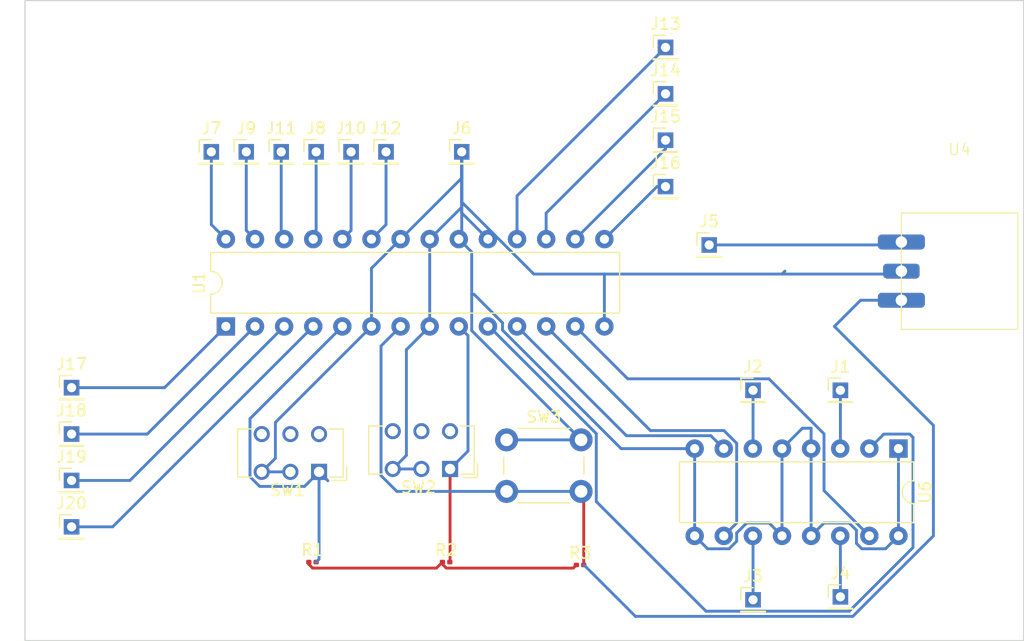
<source format=kicad_pcb>
(kicad_pcb (version 20221018) (generator pcbnew)
  (layers (0 "F.Cu" signal) (31 "B.Cu" signal) (34 "B.Paste" user) (35 "F.Paste" user) (36 "B.SilkS" user "B.Silkscreen") (37 "F.SilkS" user "F.Silkscreen") (38 "B.Mask" user) (39 "F.Mask" user) (44 "Edge.Cuts" user))
  (net 0 "")
  (net 1 "Net-(J1-Pin_1)")
  (net 2 "Net-(J2-Pin_1)")
  (net 3 "Net-(J3-Pin_1)")
  (net 4 "Net-(J4-Pin_1)")
  (net 5 "+10V")
  (net 6 "GND")
  (net 7 "PC5")
  (net 8 "PC2")
  (net 9 "PC4")
  (net 10 "PC1")
  (net 11 "PC3")
  (net 12 "PC0")
  (net 13 "PB4")
  (net 14 "PB3")
  (net 15 "PB2")
  (net 16 "PB1")
  (net 17 "PC6")
  (net 18 "PD0")
  (net 19 "PD1")
  (net 20 "PD2")
  (net 21 "5V")
  (net 22 "PD3")
  (net 23 "PB6")
  (net 24 "VCC")
  (net 25 "PB7")
  (net 26 "PD5")
  (net 27 "PD6")
  (net 28 "PD7")
  (net 29 "5v")
  (footprint "Connector_PinHeader_2.00mm:PinHeader_1x01_P2.00mm_Vertical" (layer "F.Cu") (at 144.287 76.952)
    (fp_text reference "J4" (at 0 -2.06) (layer "F.SilkS"))
    (fp_text value "Conn_01x01_Pin")
    (fp_line (start -1.06 -1.06) (end 0 -1.06) (stroke (width 0.12)) (layer "F.SilkS"))
    (fp_line (start -1.06 0) (end -1.06 -1.06) (stroke (width 0.12)) (layer "F.SilkS"))
    (fp_line (start -1.06 1) (end -1.06 1.06) (stroke (width 0.12)) (layer "F.SilkS"))
    (fp_line (start -1.06 1) (end 1.06 1) (stroke (width 0.12)) (layer "F.SilkS"))
    (fp_line (start -1.06 1.06) (end 1.06 1.06) (stroke (width 0.12)) (layer "F.SilkS"))
    (fp_line (start 1.06 1) (end 1.06 1.06) (stroke (width 0.12)) (layer "F.SilkS"))
    (pad "1" thru_hole rect (at 0 0) (size 1.35 1.35) (drill 0.8) (layers "*.Cu" "*.Mask") (net 4 "Net-(J4-Pin_1)"))
  )
  (footprint "Connector_PinHeader_2.00mm:PinHeader_1x01_P2.00mm_Vertical" (layer "F.Cu") (at 136.667 58.918)
    (fp_text reference "J2" (at 0 -2.06) (layer "F.SilkS"))
    (fp_text value "Conn_01x01_Pin")
    (fp_line (start -1.06 -1.06) (end 0 -1.06) (stroke (width 0.12)) (layer "F.SilkS"))
    (fp_line (start -1.06 0) (end -1.06 -1.06) (stroke (width 0.12)) (layer "F.SilkS"))
    (fp_line (start -1.06 1) (end -1.06 1.06) (stroke (width 0.12)) (layer "F.SilkS"))
    (fp_line (start -1.06 1) (end 1.06 1) (stroke (width 0.12)) (layer "F.SilkS"))
    (fp_line (start -1.06 1.06) (end 1.06 1.06) (stroke (width 0.12)) (layer "F.SilkS"))
    (fp_line (start 1.06 1) (end 1.06 1.06) (stroke (width 0.12)) (layer "F.SilkS"))
    (pad "1" thru_hole rect (at 0 0) (size 1.35 1.35) (drill 0.8) (layers "*.Cu" "*.Mask") (net 2 "Net-(J2-Pin_1)"))
  )
  (footprint "Connector_PinHeader_2.00mm:PinHeader_1x01_P2.00mm_Vertical" (layer "F.Cu") (at 111.252 38.1)
    (fp_text reference "J6" (at 0 -2.06) (layer "F.SilkS"))
    (fp_text value "Conn_01x01_Pin")
    (fp_line (start -1.06 -1.06) (end 0 -1.06) (stroke (width 0.12)) (layer "F.SilkS"))
    (fp_line (start -1.06 0) (end -1.06 -1.06) (stroke (width 0.12)) (layer "F.SilkS"))
    (fp_line (start -1.06 1) (end -1.06 1.06) (stroke (width 0.12)) (layer "F.SilkS"))
    (fp_line (start -1.06 1) (end 1.06 1) (stroke (width 0.12)) (layer "F.SilkS"))
    (fp_line (start -1.06 1.06) (end 1.06 1.06) (stroke (width 0.12)) (layer "F.SilkS"))
    (fp_line (start 1.06 1) (end 1.06 1.06) (stroke (width 0.12)) (layer "F.SilkS"))
    (pad "1" thru_hole rect (at 0 0) (size 1.35 1.35) (drill 0.8) (layers "*.Cu" "*.Mask") (net 6 "GND"))
  )
  (footprint "Button_Switch_THT:SW_PUSH_6mm" (layer "F.Cu") (at 115.166 63.246)
    (fp_text reference "SW3" (at 3.25 -2) (layer "F.SilkS"))
    (fp_text value "SW_Push")
    (fp_line (start -0.25 1.5) (end -0.25 3) (stroke (width 0.12)) (layer "F.SilkS"))
    (fp_line (start 1 5.5) (end 5.5 5.5) (stroke (width 0.12)) (layer "F.SilkS"))
    (fp_line (start 5.5 -1) (end 1 -1) (stroke (width 0.12)) (layer "F.SilkS"))
    (fp_line (start 6.75 3) (end 6.75 1.5) (stroke (width 0.12)) (layer "F.SilkS"))
    (pad "1" thru_hole circle (at 0 0 90) (size 2 2) (drill 1.1) (layers "*.Cu" "*.Mask") (net 6 "GND"))
    (pad "1" thru_hole circle (at 6.5 0 90) (size 2 2) (drill 1.1) (layers "*.Cu" "*.Mask") (net 6 "GND"))
    (pad "2" thru_hole circle (at 0 4.5 90) (size 2 2) (drill 1.1) (layers "*.Cu" "*.Mask") (net 24 "VCC"))
    (pad "2" thru_hole circle (at 6.5 4.5 90) (size 2 2) (drill 1.1) (layers "*.Cu" "*.Mask") (net 24 "VCC"))
  )
  (footprint "Connector_PinHeader_2.00mm:PinHeader_1x01_P2.00mm_Vertical" (layer "F.Cu") (at 129.032 33.034)
    (fp_text reference "J14" (at 0 -2.06) (layer "F.SilkS"))
    (fp_text value "Conn_01x01_Pin")
    (fp_line (start -1.06 -1.06) (end 0 -1.06) (stroke (width 0.12)) (layer "F.SilkS"))
    (fp_line (start -1.06 0) (end -1.06 -1.06) (stroke (width 0.12)) (layer "F.SilkS"))
    (fp_line (start -1.06 1) (end -1.06 1.06) (stroke (width 0.12)) (layer "F.SilkS"))
    (fp_line (start -1.06 1) (end 1.06 1) (stroke (width 0.12)) (layer "F.SilkS"))
    (fp_line (start -1.06 1.06) (end 1.06 1.06) (stroke (width 0.12)) (layer "F.SilkS"))
    (fp_line (start 1.06 1) (end 1.06 1.06) (stroke (width 0.12)) (layer "F.SilkS"))
    (pad "1" thru_hole rect (at 0 0) (size 1.35 1.35) (drill 0.8) (layers "*.Cu" "*.Mask") (net 14 "PB3"))
  )
  (footprint "Connector_PinHeader_2.00mm:PinHeader_1x01_P2.00mm_Vertical" (layer "F.Cu") (at 132.842 46.228)
    (fp_text reference "J5" (at 0 -2.06) (layer "F.SilkS"))
    (fp_text value "Conn_01x01_Socket")
    (fp_line (start -1.06 -1.06) (end 0 -1.06) (stroke (width 0.12)) (layer "F.SilkS"))
    (fp_line (start -1.06 0) (end -1.06 -1.06) (stroke (width 0.12)) (layer "F.SilkS"))
    (fp_line (start -1.06 1) (end -1.06 1.06) (stroke (width 0.12)) (layer "F.SilkS"))
    (fp_line (start -1.06 1) (end 1.06 1) (stroke (width 0.12)) (layer "F.SilkS"))
    (fp_line (start -1.06 1.06) (end 1.06 1.06) (stroke (width 0.12)) (layer "F.SilkS"))
    (fp_line (start 1.06 1) (end 1.06 1.06) (stroke (width 0.12)) (layer "F.SilkS"))
    (pad "1" thru_hole rect (at 0 0) (size 1.35 1.35) (drill 0.8) (layers "*.Cu" "*.Mask") (net 5 "+10V"))
  )
  (footprint "Connector_PinHeader_2.00mm:PinHeader_1x01_P2.00mm_Vertical" (layer "F.Cu") (at 136.667 77.206)
    (fp_text reference "J3" (at 0 -2.06) (layer "F.SilkS"))
    (fp_text value "Conn_01x01_Pin")
    (fp_line (start -1.06 -1.06) (end 0 -1.06) (stroke (width 0.12)) (layer "F.SilkS"))
    (fp_line (start -1.06 0) (end -1.06 -1.06) (stroke (width 0.12)) (layer "F.SilkS"))
    (fp_line (start -1.06 1) (end -1.06 1.06) (stroke (width 0.12)) (layer "F.SilkS"))
    (fp_line (start -1.06 1) (end 1.06 1) (stroke (width 0.12)) (layer "F.SilkS"))
    (fp_line (start -1.06 1.06) (end 1.06 1.06) (stroke (width 0.12)) (layer "F.SilkS"))
    (fp_line (start 1.06 1) (end 1.06 1.06) (stroke (width 0.12)) (layer "F.SilkS"))
    (pad "1" thru_hole rect (at 0 0) (size 1.35 1.35) (drill 0.8) (layers "*.Cu" "*.Mask") (net 3 "Net-(J3-Pin_1)"))
  )
  (footprint "Package_DIP:DIP-16_W7.62mm" (layer "F.Cu") (at 149.352 64.008 -90)
    (fp_text reference "U6" (at 3.81 -2.33 90) (layer "F.SilkS"))
    (fp_text value "L293D")
    (fp_line (start 1.16 -1.33) (end 1.16 19.11) (stroke (width 0.12)) (layer "F.SilkS"))
    (fp_line (start 1.16 19.11) (end 6.46 19.11) (stroke (width 0.12)) (layer "F.SilkS"))
    (fp_line (start 2.81 -1.33) (end 1.16 -1.33) (stroke (width 0.12)) (layer "F.SilkS"))
    (fp_line (start 6.46 -1.33) (end 4.81 -1.33) (stroke (width 0.12)) (layer "F.SilkS"))
    (fp_line (start 6.46 19.11) (end 6.46 -1.33) (stroke (width 0.12)) (layer "F.SilkS"))
    (fp_arc (start 4.81 -1.33) (mid 3.81 -0.33) (end 2.81 -1.33) (stroke (width 0.12)) (layer "F.SilkS"))
    (pad "1" thru_hole rect (at 0 0 270) (size 1.6 1.6) (drill 0.8) (layers "*.Cu" "*.Mask") (net 6 "GND"))
    (pad "2" thru_hole oval (at 0 2.54 270) (size 1.6 1.6) (drill 0.8) (layers "*.Cu" "*.Mask") (net 25 "PB7"))
    (pad "3" thru_hole oval (at 0 5.08 270) (size 1.6 1.6) (drill 0.8) (layers "*.Cu" "*.Mask") (net 1 "Net-(J1-Pin_1)"))
    (pad "4" thru_hole oval (at 0 7.62 270) (size 1.6 1.6) (drill 0.8) (layers "*.Cu" "*.Mask") (net 6 "GND"))
    (pad "5" thru_hole oval (at 0 10.16 270) (size 1.6 1.6) (drill 0.8) (layers "*.Cu" "*.Mask") (net 6 "GND"))
    (pad "6" thru_hole oval (at 0 12.7 270) (size 1.6 1.6) (drill 0.8) (layers "*.Cu" "*.Mask") (net 2 "Net-(J2-Pin_1)"))
    (pad "7" thru_hole oval (at 0 15.24 270) (size 1.6 1.6) (drill 0.8) (layers "*.Cu" "*.Mask") (net 26 "PD5"))
    (pad "8" thru_hole oval (at 0 17.78 270) (size 1.6 1.6) (drill 0.8) (layers "*.Cu" "*.Mask") (net 6 "GND"))
    (pad "9" thru_hole oval (at 7.62 17.78 270) (size 1.6 1.6) (drill 0.8) (layers "*.Cu" "*.Mask") (net 6 "GND"))
    (pad "10" thru_hole oval (at 7.62 15.24 270) (size 1.6 1.6) (drill 0.8) (layers "*.Cu" "*.Mask") (net 27 "PD6"))
    (pad "11" thru_hole oval (at 7.62 12.7 270) (size 1.6 1.6) (drill 0.8) (layers "*.Cu" "*.Mask") (net 3 "Net-(J3-Pin_1)"))
    (pad "12" thru_hole oval (at 7.62 10.16 270) (size 1.6 1.6) (drill 0.8) (layers "*.Cu" "*.Mask") (net 6 "GND"))
    (pad "13" thru_hole oval (at 7.62 7.62 270) (size 1.6 1.6) (drill 0.8) (layers "*.Cu" "*.Mask") (net 6 "GND"))
    (pad "14" thru_hole oval (at 7.62 5.08 270) (size 1.6 1.6) (drill 0.8) (layers "*.Cu" "*.Mask") (net 4 "Net-(J4-Pin_1)"))
    (pad "15" thru_hole oval (at 7.62 2.54 270) (size 1.6 1.6) (drill 0.8) (layers "*.Cu" "*.Mask") (net 28 "PD7"))
    (pad "16" thru_hole oval (at 7.62 0 270) (size 1.6 1.6) (drill 0.8) (layers "*.Cu" "*.Mask") (net 6 "GND"))
  )
  (footprint "Connector_PinHeader_2.00mm:PinHeader_1x01_P2.00mm_Vertical" (layer "F.Cu") (at 77.216 58.688)
    (fp_text reference "J17" (at 0 -2.06) (layer "F.SilkS"))
    (fp_text value "Conn_01x01_Pin")
    (fp_line (start -1.06 -1.06) (end 0 -1.06) (stroke (width 0.12)) (layer "F.SilkS"))
    (fp_line (start -1.06 0) (end -1.06 -1.06) (stroke (width 0.12)) (layer "F.SilkS"))
    (fp_line (start -1.06 1) (end -1.06 1.06) (stroke (width 0.12)) (layer "F.SilkS"))
    (fp_line (start -1.06 1) (end 1.06 1) (stroke (width 0.12)) (layer "F.SilkS"))
    (fp_line (start -1.06 1.06) (end 1.06 1.06) (stroke (width 0.12)) (layer "F.SilkS"))
    (fp_line (start 1.06 1) (end 1.06 1.06) (stroke (width 0.12)) (layer "F.SilkS"))
    (pad "1" thru_hole rect (at 0 0) (size 1.35 1.35) (drill 0.8) (layers "*.Cu" "*.Mask") (net 17 "PC6"))
  )
  (footprint "Resistor_SMD:R_0201_0603Metric" (layer "F.Cu") (at 109.891 73.914)
    (fp_text reference "R2" (at 0 -1.05) (layer "F.SilkS"))
    (fp_text value "R")
    (pad "1" smd roundrect (at -0.32 0) (size 0.46 0.4) (layers "F.Cu" "F.Mask") (net 21 "5V"))
    (pad "2" smd roundrect (at 0.32 0) (size 0.46 0.4) (layers "F.Cu" "F.Mask") (net 23 "PB6"))
  )
  (footprint "Connector_PinHeader_2.00mm:PinHeader_1x01_P2.00mm_Vertical" (layer "F.Cu") (at 89.408 38.1)
    (fp_text reference "J7" (at 0 -2.06) (layer "F.SilkS"))
    (fp_text value "Conn_01x01_Pin")
    (fp_line (start -1.06 -1.06) (end 0 -1.06) (stroke (width 0.12)) (layer "F.SilkS"))
    (fp_line (start -1.06 0) (end -1.06 -1.06) (stroke (width 0.12)) (layer "F.SilkS"))
    (fp_line (start -1.06 1) (end -1.06 1.06) (stroke (width 0.12)) (layer "F.SilkS"))
    (fp_line (start -1.06 1) (end 1.06 1) (stroke (width 0.12)) (layer "F.SilkS"))
    (fp_line (start -1.06 1.06) (end 1.06 1.06) (stroke (width 0.12)) (layer "F.SilkS"))
    (fp_line (start 1.06 1) (end 1.06 1.06) (stroke (width 0.12)) (layer "F.SilkS"))
    (pad "1" thru_hole rect (at 0 0) (size 1.35 1.35) (drill 0.8) (layers "*.Cu" "*.Mask") (net 7 "PC5"))
  )
  (footprint "Package_DIP:DIP-28_W7.62mm" (layer "F.Cu") (at 90.678 53.34 90)
    (fp_text reference "U1" (at 3.81 -2.33 90) (layer "F.SilkS"))
    (fp_text value "ATmega328-P")
    (fp_line (start 1.16 -1.33) (end 1.16 34.35) (stroke (width 0.12)) (layer "F.SilkS"))
    (fp_line (start 1.16 34.35) (end 6.46 34.35) (stroke (width 0.12)) (layer "F.SilkS"))
    (fp_line (start 2.81 -1.33) (end 1.16 -1.33) (stroke (width 0.12)) (layer "F.SilkS"))
    (fp_line (start 6.46 -1.33) (end 4.81 -1.33) (stroke (width 0.12)) (layer "F.SilkS"))
    (fp_line (start 6.46 34.35) (end 6.46 -1.33) (stroke (width 0.12)) (layer "F.SilkS"))
    (fp_arc (start 4.81 -1.33) (mid 3.81 -0.33) (end 2.81 -1.33) (stroke (width 0.12)) (layer "F.SilkS"))
    (pad "1" thru_hole rect (at 0 0 90) (size 1.6 1.6) (drill 0.8) (layers "*.Cu" "*.Mask") (net 17 "PC6"))
    (pad "2" thru_hole oval (at 0 2.54 90) (size 1.6 1.6) (drill 0.8) (layers "*.Cu" "*.Mask") (net 18 "PD0"))
    (pad "3" thru_hole oval (at 0 5.08 90) (size 1.6 1.6) (drill 0.8) (layers "*.Cu" "*.Mask") (net 19 "PD1"))
    (pad "4" thru_hole oval (at 0 7.62 90) (size 1.6 1.6) (drill 0.8) (layers "*.Cu" "*.Mask") (net 20 "PD2"))
    (pad "5" thru_hole oval (at 0 10.16 90) (size 1.6 1.6) (drill 0.8) (layers "*.Cu" "*.Mask") (net 22 "PD3"))
    (pad "6" thru_hole oval (at 0 12.7 90) (size 1.6 1.6) (drill 0.8) (layers "*.Cu" "*.Mask") (net 6 "GND"))
    (pad "7" thru_hole oval (at 0 15.24 90) (size 1.6 1.6) (drill 0.8) (layers "*.Cu" "*.Mask") (net 24 "VCC"))
    (pad "8" thru_hole oval (at 0 17.78 90) (size 1.6 1.6) (drill 0.8) (layers "*.Cu" "*.Mask") (net 6 "GND"))
    (pad "9" thru_hole oval (at 0 20.32 90) (size 1.6 1.6) (drill 0.8) (layers "*.Cu" "*.Mask") (net 23 "PB6"))
    (pad "10" thru_hole oval (at 0 22.86 90) (size 1.6 1.6) (drill 0.8) (layers "*.Cu" "*.Mask") (net 25 "PB7"))
    (pad "11" thru_hole oval (at 0 25.4 90) (size 1.6 1.6) (drill 0.8) (layers "*.Cu" "*.Mask") (net 26 "PD5"))
    (pad "12" thru_hole oval (at 0 27.94 90) (size 1.6 1.6) (drill 0.8) (layers "*.Cu" "*.Mask") (net 27 "PD6"))
    (pad "13" thru_hole oval (at 0 30.48 90) (size 1.6 1.6) (drill 0.8) (layers "*.Cu" "*.Mask") (net 28 "PD7"))
    (pad "14" thru_hole oval (at 0 33.02 90) (size 1.6 1.6) (drill 0.8) (layers "*.Cu" "*.Mask") (net 6 "GND"))
    (pad "15" thru_hole oval (at 7.62 33.02 90) (size 1.6 1.6) (drill 0.8) (layers "*.Cu" "*.Mask") (net 16 "PB1"))
    (pad "16" thru_hole oval (at 7.62 30.48 90) (size 1.6 1.6) (drill 0.8) (layers "*.Cu" "*.Mask") (net 15 "PB2"))
    (pad "17" thru_hole oval (at 7.62 27.94 90) (size 1.6 1.6) (drill 0.8) (layers "*.Cu" "*.Mask") (net 14 "PB3"))
    (pad "18" thru_hole oval (at 7.62 25.4 90) (size 1.6 1.6) (drill 0.8) (layers "*.Cu" "*.Mask") (net 13 "PB4"))
    (pad "19" thru_hole oval (at 7.62 22.86 90) (size 1.6 1.6) (drill 0.8) (layers "*.Cu" "*.Mask") (net 6 "GND"))
    (pad "20" thru_hole oval (at 7.62 20.32 90) (size 1.6 1.6) (drill 0.8) (layers "*.Cu" "*.Mask") (net 6 "GND"))
    (pad "21" thru_hole oval (at 7.62 17.78 90) (size 1.6 1.6) (drill 0.8) (layers "*.Cu" "*.Mask") (net 6 "GND"))
    (pad "22" thru_hole oval (at 7.62 15.24 90) (size 1.6 1.6) (drill 0.8) (layers "*.Cu" "*.Mask") (net 6 "GND"))
    (pad "23" thru_hole oval (at 7.62 12.7 90) (size 1.6 1.6) (drill 0.8) (layers "*.Cu" "*.Mask") (net 12 "PC0"))
    (pad "24" thru_hole oval (at 7.62 10.16 90) (size 1.6 1.6) (drill 0.8) (layers "*.Cu" "*.Mask") (net 10 "PC1"))
    (pad "25" thru_hole oval (at 7.62 7.62 90) (size 1.6 1.6) (drill 0.8) (layers "*.Cu" "*.Mask") (net 8 "PC2"))
    (pad "26" thru_hole oval (at 7.62 5.08 90) (size 1.6 1.6) (drill 0.8) (layers "*.Cu" "*.Mask") (net 11 "PC3"))
    (pad "27" thru_hole oval (at 7.62 2.54 90) (size 1.6 1.6) (drill 0.8) (layers "*.Cu" "*.Mask") (net 9 "PC4"))
    (pad "28" thru_hole oval (at 7.62 0 90) (size 1.6 1.6) (drill 0.8) (layers "*.Cu" "*.Mask") (net 7 "PC5"))
  )
  (footprint "Button_Switch_THT:SW_CuK_JS202011CQN_DPDT_Straight" (layer "F.Cu") (at 110.236 65.786 180)
    (fp_text reference "SW2" (at 2.75 -1.6) (layer "F.SilkS"))
    (fp_text value "SW_Push_SPDT")
    (fp_line (start -2.4 -0.75) (end -2.4 0.45) (stroke (width 0.12)) (layer "F.SilkS"))
    (fp_line (start -2.1 -0.45) (end -2.1 3.75) (stroke (width 0.12)) (layer "F.SilkS"))
    (fp_line (start -2.1 3.75) (end -0.9 3.75) (stroke (width 0.12)) (layer "F.SilkS"))
    (fp_line (start -1.2 -0.75) (end -2.4 -0.75) (stroke (width 0.12)) (layer "F.SilkS"))
    (fp_line (start -0.9 -0.45) (end -2.1 -0.45) (stroke (width 0.12)) (layer "F.SilkS"))
    (fp_line (start 5.9 -0.45) (end 7.1 -0.45) (stroke (width 0.12)) (layer "F.SilkS"))
    (fp_line (start 7.1 -0.45) (end 7.1 3.75) (stroke (width 0.12)) (layer "F.SilkS"))
    (fp_line (start 7.1 3.75) (end 5.9 3.75) (stroke (width 0.12)) (layer "F.SilkS"))
    (pad "1" thru_hole rect (at 0 0 180) (size 1.4 1.4) (drill 0.9) (layers "*.Cu" "*.Mask") (net 23 "PB6"))
    (pad "2" thru_hole circle (at 2.5 0 180) (size 1.4 1.4) (drill 0.9) (layers "*.Cu" "*.Mask") (net 6 "GND"))
    (pad "3" thru_hole circle (at 5 0 180) (size 1.4 1.4) (drill 0.9) (layers "*.Cu" "*.Mask") (net 6 "GND"))
    (pad "4" thru_hole circle (at 0 3.3 180) (size 1.4 1.4) (drill 0.9) (layers "*.Cu" "*.Mask"))
    (pad "5" thru_hole circle (at 2.5 3.3 180) (size 1.4 1.4) (drill 0.9) (layers "*.Cu" "*.Mask"))
    (pad "6" thru_hole circle (at 5 3.3 180) (size 1.4 1.4) (drill 0.9) (layers "*.Cu" "*.Mask"))
  )
  (footprint "Connector_PinHeader_2.00mm:PinHeader_1x01_P2.00mm_Vertical" (layer "F.Cu") (at 129.032 41.134)
    (fp_text reference "J16" (at 0 -2.06) (layer "F.SilkS"))
    (fp_text value "Conn_01x01_Pin")
    (fp_line (start -1.06 -1.06) (end 0 -1.06) (stroke (width 0.12)) (layer "F.SilkS"))
    (fp_line (start -1.06 0) (end -1.06 -1.06) (stroke (width 0.12)) (layer "F.SilkS"))
    (fp_line (start -1.06 1) (end -1.06 1.06) (stroke (width 0.12)) (layer "F.SilkS"))
    (fp_line (start -1.06 1) (end 1.06 1) (stroke (width 0.12)) (layer "F.SilkS"))
    (fp_line (start -1.06 1.06) (end 1.06 1.06) (stroke (width 0.12)) (layer "F.SilkS"))
    (fp_line (start 1.06 1) (end 1.06 1.06) (stroke (width 0.12)) (layer "F.SilkS"))
    (pad "1" thru_hole rect (at 0 0) (size 1.35 1.35) (drill 0.8) (layers "*.Cu" "*.Mask") (net 16 "PB1"))
  )
  (footprint "Resistor_SMD:R_0201_0603Metric" (layer "F.Cu") (at 98.232 73.914)
    (fp_text reference "R1" (at 0 -1.05) (layer "F.SilkS"))
    (fp_text value "R")
    (pad "1" smd roundrect (at -0.32 0) (size 0.46 0.4) (layers "F.Cu" "F.Mask") (net 21 "5V"))
    (pad "2" smd roundrect (at 0.32 0) (size 0.46 0.4) (layers "F.Cu" "F.Mask") (net 22 "PD3"))
  )
  (footprint "Connector_PinHeader_2.00mm:PinHeader_1x01_P2.00mm_Vertical" (layer "F.Cu") (at 77.216 70.838)
    (fp_text reference "J20" (at 0 -2.06) (layer "F.SilkS"))
    (fp_text value "Conn_01x01_Pin")
    (fp_line (start -1.06 -1.06) (end 0 -1.06) (stroke (width 0.12)) (layer "F.SilkS"))
    (fp_line (start -1.06 0) (end -1.06 -1.06) (stroke (width 0.12)) (layer "F.SilkS"))
    (fp_line (start -1.06 1) (end -1.06 1.06) (stroke (width 0.12)) (layer "F.SilkS"))
    (fp_line (start -1.06 1) (end 1.06 1) (stroke (width 0.12)) (layer "F.SilkS"))
    (fp_line (start -1.06 1.06) (end 1.06 1.06) (stroke (width 0.12)) (layer "F.SilkS"))
    (fp_line (start 1.06 1) (end 1.06 1.06) (stroke (width 0.12)) (layer "F.SilkS"))
    (pad "1" thru_hole rect (at 0 0) (size 1.35 1.35) (drill 0.8) (layers "*.Cu" "*.Mask") (net 20 "PD2"))
  )
  (footprint "Connector_PinHeader_2.00mm:PinHeader_1x01_P2.00mm_Vertical" (layer "F.Cu") (at 104.648 38.1)
    (fp_text reference "J12" (at 0 -2.06) (layer "F.SilkS"))
    (fp_text value "Conn_01x01_Pin")
    (fp_line (start -1.06 -1.06) (end 0 -1.06) (stroke (width 0.12)) (layer "F.SilkS"))
    (fp_line (start -1.06 0) (end -1.06 -1.06) (stroke (width 0.12)) (layer "F.SilkS"))
    (fp_line (start -1.06 1) (end -1.06 1.06) (stroke (width 0.12)) (layer "F.SilkS"))
    (fp_line (start -1.06 1) (end 1.06 1) (stroke (width 0.12)) (layer "F.SilkS"))
    (fp_line (start -1.06 1.06) (end 1.06 1.06) (stroke (width 0.12)) (layer "F.SilkS"))
    (fp_line (start 1.06 1) (end 1.06 1.06) (stroke (width 0.12)) (layer "F.SilkS"))
    (pad "1" thru_hole rect (at 0 0) (size 1.35 1.35) (drill 0.8) (layers "*.Cu" "*.Mask") (net 12 "PC0"))
  )
  (footprint "Connector_PinHeader_2.00mm:PinHeader_1x01_P2.00mm_Vertical" (layer "F.Cu") (at 77.216 62.738)
    (fp_text reference "J18" (at 0 -2.06) (layer "F.SilkS"))
    (fp_text value "Conn_01x01_Pin")
    (fp_line (start -1.06 -1.06) (end 0 -1.06) (stroke (width 0.12)) (layer "F.SilkS"))
    (fp_line (start -1.06 0) (end -1.06 -1.06) (stroke (width 0.12)) (layer "F.SilkS"))
    (fp_line (start -1.06 1) (end -1.06 1.06) (stroke (width 0.12)) (layer "F.SilkS"))
    (fp_line (start -1.06 1) (end 1.06 1) (stroke (width 0.12)) (layer "F.SilkS"))
    (fp_line (start -1.06 1.06) (end 1.06 1.06) (stroke (width 0.12)) (layer "F.SilkS"))
    (fp_line (start 1.06 1) (end 1.06 1.06) (stroke (width 0.12)) (layer "F.SilkS"))
    (pad "1" thru_hole rect (at 0 0) (size 1.35 1.35) (drill 0.8) (layers "*.Cu" "*.Mask") (net 18 "PD0"))
  )
  (footprint "Connector_PinHeader_2.00mm:PinHeader_1x01_P2.00mm_Vertical" (layer "F.Cu") (at 98.552 38.1)
    (fp_text reference "J8" (at 0 -2.06) (layer "F.SilkS"))
    (fp_text value "Conn_01x01_Pin")
    (fp_line (start -1.06 -1.06) (end 0 -1.06) (stroke (width 0.12)) (layer "F.SilkS"))
    (fp_line (start -1.06 0) (end -1.06 -1.06) (stroke (width 0.12)) (layer "F.SilkS"))
    (fp_line (start -1.06 1) (end -1.06 1.06) (stroke (width 0.12)) (layer "F.SilkS"))
    (fp_line (start -1.06 1) (end 1.06 1) (stroke (width 0.12)) (layer "F.SilkS"))
    (fp_line (start -1.06 1.06) (end 1.06 1.06) (stroke (width 0.12)) (layer "F.SilkS"))
    (fp_line (start 1.06 1) (end 1.06 1.06) (stroke (width 0.12)) (layer "F.SilkS"))
    (pad "1" thru_hole rect (at 0 0) (size 1.35 1.35) (drill 0.8) (layers "*.Cu" "*.Mask") (net 8 "PC2"))
  )
  (footprint "Button_Switch_THT:SW_CuK_JS202011CQN_DPDT_Straight" (layer "F.Cu") (at 98.806 66.04 180)
    (fp_text reference "SW1" (at 2.75 -1.6) (layer "F.SilkS"))
    (fp_text value "SW_Push_SPDT")
    (fp_line (start -2.4 -0.75) (end -2.4 0.45) (stroke (width 0.12)) (layer "F.SilkS"))
    (fp_line (start -2.1 -0.45) (end -2.1 3.75) (stroke (width 0.12)) (layer "F.SilkS"))
    (fp_line (start -2.1 3.75) (end -0.9 3.75) (stroke (width 0.12)) (layer "F.SilkS"))
    (fp_line (start -1.2 -0.75) (end -2.4 -0.75) (stroke (width 0.12)) (layer "F.SilkS"))
    (fp_line (start -0.9 -0.45) (end -2.1 -0.45) (stroke (width 0.12)) (layer "F.SilkS"))
    (fp_line (start 5.9 -0.45) (end 7.1 -0.45) (stroke (width 0.12)) (layer "F.SilkS"))
    (fp_line (start 7.1 -0.45) (end 7.1 3.75) (stroke (width 0.12)) (layer "F.SilkS"))
    (fp_line (start 7.1 3.75) (end 5.9 3.75) (stroke (width 0.12)) (layer "F.SilkS"))
    (pad "1" thru_hole rect (at 0 0 180) (size 1.4 1.4) (drill 0.9) (layers "*.Cu" "*.Mask") (net 22 "PD3"))
    (pad "2" thru_hole circle (at 2.5 0 180) (size 1.4 1.4) (drill 0.9) (layers "*.Cu" "*.Mask") (net 6 "GND"))
    (pad "3" thru_hole circle (at 5 0 180) (size 1.4 1.4) (drill 0.9) (layers "*.Cu" "*.Mask") (net 6 "GND"))
    (pad "4" thru_hole circle (at 0 3.3 180) (size 1.4 1.4) (drill 0.9) (layers "*.Cu" "*.Mask"))
    (pad "5" thru_hole circle (at 2.5 3.3 180) (size 1.4 1.4) (drill 0.9) (layers "*.Cu" "*.Mask"))
    (pad "6" thru_hole circle (at 5 3.3 180) (size 1.4 1.4) (drill 0.9) (layers "*.Cu" "*.Mask"))
  )
  (footprint "Connector_PinHeader_2.00mm:PinHeader_1x01_P2.00mm_Vertical" (layer "F.Cu") (at 144.287 58.918)
    (fp_text reference "J1" (at 0 -2.06) (layer "F.SilkS"))
    (fp_text value "Conn_01x01_Pin")
    (fp_line (start -1.06 -1.06) (end 0 -1.06) (stroke (width 0.12)) (layer "F.SilkS"))
    (fp_line (start -1.06 0) (end -1.06 -1.06) (stroke (width 0.12)) (layer "F.SilkS"))
    (fp_line (start -1.06 1) (end -1.06 1.06) (stroke (width 0.12)) (layer "F.SilkS"))
    (fp_line (start -1.06 1) (end 1.06 1) (stroke (width 0.12)) (layer "F.SilkS"))
    (fp_line (start -1.06 1.06) (end 1.06 1.06) (stroke (width 0.12)) (layer "F.SilkS"))
    (fp_line (start 1.06 1) (end 1.06 1.06) (stroke (width 0.12)) (layer "F.SilkS"))
    (pad "1" thru_hole rect (at 0 0) (size 1.35 1.35) (drill 0.8) (layers "*.Cu" "*.Mask") (net 1 "Net-(J1-Pin_1)"))
  )
  (footprint "Connector_PinHeader_2.00mm:PinHeader_1x01_P2.00mm_Vertical" (layer "F.Cu") (at 129.032 28.984)
    (fp_text reference "J13" (at 0 -2.06) (layer "F.SilkS"))
    (fp_text value "Conn_01x01_Pin")
    (fp_line (start -1.06 -1.06) (end 0 -1.06) (stroke (width 0.12)) (layer "F.SilkS"))
    (fp_line (start -1.06 0) (end -1.06 -1.06) (stroke (width 0.12)) (layer "F.SilkS"))
    (fp_line (start -1.06 1) (end -1.06 1.06) (stroke (width 0.12)) (layer "F.SilkS"))
    (fp_line (start -1.06 1) (end 1.06 1) (stroke (width 0.12)) (layer "F.SilkS"))
    (fp_line (start -1.06 1.06) (end 1.06 1.06) (stroke (width 0.12)) (layer "F.SilkS"))
    (fp_line (start 1.06 1) (end 1.06 1.06) (stroke (width 0.12)) (layer "F.SilkS"))
    (pad "1" thru_hole rect (at 0 0) (size 1.35 1.35) (drill 0.8) (layers "*.Cu" "*.Mask") (net 13 "PB4"))
  )
  (footprint "5V_Regulator:5V_regulator" (layer "F.Cu") (at 154.686 45.974)
    (fp_text reference "U4" (at 0 -8.08 unlocked) (layer "F.SilkS") (effects (font (thickness 0.1))))
    (fp_text value "~")
    (fp_rect (start -5.08 -2.54) (end 5.08 7.62) (stroke (width 0.1)) (fill none) (layer "F.SilkS"))
    (pad "1" thru_hole roundrect (at -5.08 0) (size 4.09 1.295) (drill 1) (layers "*.Cu" "*.Mask") (net 5 "+10V"))
    (pad "2" thru_hole roundrect (at -5.08 2.54) (size 3.175 1.295) (drill 1) (layers "*.Cu" "*.Mask") (net 6 "GND"))
    (pad "3" thru_hole roundrect (at -5.08 5.08) (size 4.09 1.295) (drill 1) (layers "*.Cu" "*.Mask") (net 29 "5v"))
  )
  (footprint "Connector_PinHeader_2.00mm:PinHeader_1x01_P2.00mm_Vertical" (layer "F.Cu") (at 95.504 38.1)
    (fp_text reference "J11" (at 0 -2.06) (layer "F.SilkS"))
    (fp_text value "Conn_01x01_Pin")
    (fp_line (start -1.06 -1.06) (end 0 -1.06) (stroke (width 0.12)) (layer "F.SilkS"))
    (fp_line (start -1.06 0) (end -1.06 -1.06) (stroke (width 0.12)) (layer "F.SilkS"))
    (fp_line (start -1.06 1) (end -1.06 1.06) (stroke (width 0.12)) (layer "F.SilkS"))
    (fp_line (start -1.06 1) (end 1.06 1) (stroke (width 0.12)) (layer "F.SilkS"))
    (fp_line (start -1.06 1.06) (end 1.06 1.06) (stroke (width 0.12)) (layer "F.SilkS"))
    (fp_line (start 1.06 1) (end 1.06 1.06) (stroke (width 0.12)) (layer "F.SilkS"))
    (pad "1" thru_hole rect (at 0 0) (size 1.35 1.35) (drill 0.8) (layers "*.Cu" "*.Mask") (net 11 "PC3"))
  )
  (footprint "Connector_PinHeader_2.00mm:PinHeader_1x01_P2.00mm_Vertical" (layer "F.Cu") (at 101.6 38.1)
    (fp_text reference "J10" (at 0 -2.06) (layer "F.SilkS"))
    (fp_text value "Conn_01x01_Pin")
    (fp_line (start -1.06 -1.06) (end 0 -1.06) (stroke (width 0.12)) (layer "F.SilkS"))
    (fp_line (start -1.06 0) (end -1.06 -1.06) (stroke (width 0.12)) (layer "F.SilkS"))
    (fp_line (start -1.06 1) (end -1.06 1.06) (stroke (width 0.12)) (layer "F.SilkS"))
    (fp_line (start -1.06 1) (end 1.06 1) (stroke (width 0.12)) (layer "F.SilkS"))
    (fp_line (start -1.06 1.06) (end 1.06 1.06) (stroke (width 0.12)) (layer "F.SilkS"))
    (fp_line (start 1.06 1) (end 1.06 1.06) (stroke (width 0.12)) (layer "F.SilkS"))
    (pad "1" thru_hole rect (at 0 0) (size 1.35 1.35) (drill 0.8) (layers "*.Cu" "*.Mask") (net 10 "PC1"))
  )
  (footprint "Connector_PinHeader_2.00mm:PinHeader_1x01_P2.00mm_Vertical" (layer "F.Cu") (at 129.032 37.084)
    (fp_text reference "J15" (at 0 -2.06) (layer "F.SilkS"))
    (fp_text value "Conn_01x01_Pin")
    (fp_line (start -1.06 -1.06) (end 0 -1.06) (stroke (width 0.12)) (layer "F.SilkS"))
    (fp_line (start -1.06 0) (end -1.06 -1.06) (stroke (width 0.12)) (layer "F.SilkS"))
    (fp_line (start -1.06 1) (end -1.06 1.06) (stroke (width 0.12)) (layer "F.SilkS"))
    (fp_line (start -1.06 1) (end 1.06 1) (stroke (width 0.12)) (layer "F.SilkS"))
    (fp_line (start -1.06 1.06) (end 1.06 1.06) (stroke (width 0.12)) (layer "F.SilkS"))
    (fp_line (start 1.06 1) (end 1.06 1.06) (stroke (width 0.12)) (layer "F.SilkS"))
    (pad "1" thru_hole rect (at 0 0) (size 1.35 1.35) (drill 0.8) (layers "*.Cu" "*.Mask") (net 15 "PB2"))
  )
  (footprint "Resistor_SMD:R_0201_0603Metric" (layer "F.Cu") (at 121.575 74.168)
    (fp_text reference "R3" (at 0 -1.05) (layer "F.SilkS"))
    (fp_text value "R")
    (pad "1" smd roundrect (at -0.32 0) (size 0.46 0.4) (layers "F.Cu" "F.Mask") (net 21 "5V"))
    (pad "2" smd roundrect (at 0.32 0) (size 0.46 0.4) (layers "F.Cu" "F.Mask") (net 24 "VCC"))
  )
  (footprint "Connector_PinHeader_2.00mm:PinHeader_1x01_P2.00mm_Vertical" (layer "F.Cu") (at 92.456 38.1)
    (fp_text reference "J9" (at 0 -2.06) (layer "F.SilkS"))
    (fp_text value "Conn_01x01_Pin")
    (fp_line (start -1.06 -1.06) (end 0 -1.06) (stroke (width 0.12)) (layer "F.SilkS"))
    (fp_line (start -1.06 0) (end -1.06 -1.06) (stroke (width 0.12)) (layer "F.SilkS"))
    (fp_line (start -1.06 1) (end -1.06 1.06) (stroke (width 0.12)) (layer "F.SilkS"))
    (fp_line (start -1.06 1) (end 1.06 1) (stroke (width 0.12)) (layer "F.SilkS"))
    (fp_line (start -1.06 1.06) (end 1.06 1.06) (stroke (width 0.12)) (layer "F.SilkS"))
    (fp_line (start 1.06 1) (end 1.06 1.06) (stroke (width 0.12)) (layer "F.SilkS"))
    (pad "1" thru_hole rect (at 0 0) (size 1.35 1.35) (drill 0.8) (layers "*.Cu" "*.Mask") (net 9 "PC4"))
  )
  (footprint "Connector_PinHeader_2.00mm:PinHeader_1x01_P2.00mm_Vertical" (layer "F.Cu") (at 77.216 66.788)
    (fp_text reference "J19" (at 0 -2.06) (layer "F.SilkS"))
    (fp_text value "Conn_01x01_Pin")
    (fp_line (start -1.06 -1.06) (end 0 -1.06) (stroke (width 0.12)) (layer "F.SilkS"))
    (fp_line (start -1.06 0) (end -1.06 -1.06) (stroke (width 0.12)) (layer "F.SilkS"))
    (fp_line (start -1.06 1) (end -1.06 1.06) (stroke (width 0.12)) (layer "F.SilkS"))
    (fp_line (start -1.06 1) (end 1.06 1) (stroke (width 0.12)) (layer "F.SilkS"))
    (fp_line (start -1.06 1.06) (end 1.06 1.06) (stroke (width 0.12)) (layer "F.SilkS"))
    (fp_line (start 1.06 1) (end 1.06 1.06) (stroke (width 0.12)) (layer "F.SilkS"))
    (pad "1" thru_hole rect (at 0 0) (size 1.35 1.35) (drill 0.8) (layers "*.Cu" "*.Mask") (net 19 "PD1"))
  )
  (gr_rect (start 73.152 24.892) (end 160.274 80.772) (stroke (width 0.1)) (fill none) (layer "Edge.Cuts"))
  (segment (start 144.287 58.918) (end 144.287 63.993) (width 0.25) (layer "B.Cu") (net 1))
  (segment (start 144.287 63.993) (end 144.272 64.008) (width 0.25) (layer "B.Cu") (net 1))
  (segment (start 136.667 58.918) (end 136.667 63.993) (width 0.25) (layer "B.Cu") (net 2))
  (segment (start 136.667 63.993) (end 136.652 64.008) (width 0.25) (layer "B.Cu") (net 2))
  (segment (start 136.667 77.206) (end 136.667 71.643) (width 0.25) (layer "B.Cu") (net 3))
  (segment (start 136.667 71.643) (end 136.652 71.628) (width 0.25) (layer "B.Cu") (net 3))
  (segment (start 144.287 76.952) (end 144.287 71.643) (width 0.25) (layer "B.Cu") (net 4))
  (segment (start 144.287 71.643) (end 144.272 71.628) (width 0.25) (layer "B.Cu") (net 4))
  (segment (start 149.0795 46.228) (end 132.842 46.228) (width 0.25) (layer "B.Cu") (net 5))
  (segment (start 114.808 53.019009) (end 112.334991 50.546) (width 0.25) (layer "B.Cu") (net 6))
  (segment (start 145.050604 70.503) (end 145.687 71.139396) (width 0.25) (layer "B.Cu") (net 6))
  (segment (start 139.192 64.008) (end 139.192 71.628) (width 0.25) (layer "B.Cu") (net 6))
  (segment (start 94.996 61.722) (end 103.378 53.34) (width 0.25) (layer "B.Cu") (net 6))
  (segment (start 141.732 64.008) (end 141.732 71.628) (width 0.25) (layer "B.Cu") (net 6))
  (segment (start 123.698 48.768) (end 117.535009 48.768) (width 0.25) (layer "B.Cu") (net 6))
  (segment (start 149.0795 48.768) (end 123.698 48.768) (width 0.25) (layer "B.Cu") (net 6))
  (segment (start 106.426 64.596) (end 106.426 55.372) (width 0.25) (layer "B.Cu") (net 6))
  (segment (start 111.252 38.1) (end 111.252 42.926) (width 0.25) (layer "B.Cu") (net 6))
  (segment (start 139.446 48.514) (end 139.192 48.768) (width 0.25) (layer "B.Cu") (net 6))
  (segment (start 111.252 42.484991) (end 111.252 38.1) (width 0.25) (layer "B.Cu") (net 6))
  (segment (start 106.426 55.372) (end 108.458 53.34) (width 0.25) (layer "B.Cu") (net 6))
  (segment (start 117.535009 48.768) (end 111.252 42.484991) (width 0.25) (layer "B.Cu") (net 6))
  (segment (start 96.306 66.04) (end 93.806 66.04) (width 0.25) (layer "B.Cu") (net 6))
  (segment (start 105.236 65.786) (end 106.426 64.596) (width 0.25) (layer "B.Cu") (net 6))
  (segment (start 131.572 64.008) (end 125.155009 64.008) (width 0.25) (layer "B.Cu") (net 6))
  (segment (start 103.378 48.26) (end 105.918 45.72) (width 0.25) (layer "B.Cu") (net 6))
  (segment (start 94.996 64.85) (end 94.996 61.722) (width 0.25) (layer "B.Cu") (net 6))
  (segment (start 135.237 72.093991) (end 134.577991 72.753) (width 0.25) (layer "B.Cu") (net 6))
  (segment (start 146.159 72.753) (end 148.227 72.753) (width 0.25) (layer "B.Cu") (net 6))
  (segment (start 112.123 46.845) (end 110.998 45.72) (width 0.25) (layer "B.Cu") (net 6))
  (segment (start 111.252 40.386) (end 105.918 45.72) (width 0.25) (layer "B.Cu") (net 6))
  (segment (start 112.334991 50.546) (end 112.123 50.546) (width 0.25) (layer "B.Cu") (net 6))
  (segment (start 111.252 45.466) (end 110.998 45.72) (width 0.25) (layer "B.Cu") (net 6))
  (segment (start 111.252 38.1) (end 111.252 43.434) (width 0.25) (layer "B.Cu") (net 6))
  (segment (start 111.252 38.1) (end 111.252 40.386) (width 0.25) (layer "B.Cu") (net 6))
  (segment (start 149.352 64.008) (end 149.352 71.628) (width 0.25) (layer "B.Cu") (net 6))
  (segment (start 111.252 43.434) (end 113.538 45.72) (width 0.25) (layer "B.Cu") (net 6))
  (segment (start 139.192 71.628) (end 138.067 70.503) (width 0.25) (layer "B.Cu") (net 6))
  (segment (start 125.155009 64.008) (end 114.808 53.660991) (width 0.25) (layer "B.Cu") (net 6))
  (segment (start 134.577991 72.753) (end 132.697 72.753) (width 0.25) (layer "B.Cu") (net 6))
  (segment (start 111.252 38.1) (end 111.252 45.466) (width 0.25) (layer "B.Cu") (net 6))
  (segment (start 115.166 63.246) (end 121.666 63.246) (width 0.25) (layer "B.Cu") (net 6))
  (segment (start 121.666 63.246) (end 112.123 53.703) (width 0.25) (layer "B.Cu") (net 6))
  (segment (start 141.732 62.23) (end 141.732 64.008) (width 0.25) (layer "B.Cu") (net 6))
  (segment (start 135.237 71.374) (end 135.237 72.093991) (width 0.25) (layer "B.Cu") (net 6))
  (segment (start 132.697 72.753) (end 131.572 71.628) (width 0.25) (layer "B.Cu") (net 6))
  (segment (start 131.572 64.008) (end 131.572 71.628) (width 0.25) (layer "B.Cu") (net 6))
  (segment (start 112.123 53.703) (end 112.123 50.546) (width 0.25) (layer "B.Cu") (net 6))
  (segment (start 138.067 70.503) (end 136.108 70.503) (width 0.25) (layer "B.Cu") (net 6))
  (segment (start 93.806 66.04) (end 94.996 64.85) (width 0.25) (layer "B.Cu") (net 6))
  (segment (start 112.123 50.546) (end 112.123 46.845) (width 0.25) (layer "B.Cu") (net 6))
  (segment (start 107.736 65.786) (end 105.236 65.786) (width 0.25) (layer "B.Cu") (net 6))
  (segment (start 111.252 42.926) (end 108.458 45.72) (width 0.25) (layer "B.Cu") (net 6))
  (segment (start 136.108 70.503) (end 135.237 71.374) (width 0.25) (layer "B.Cu") (net 6))
  (segment (start 103.378 53.34) (end 103.378 48.26) (width 0.25) (layer "B.Cu") (net 6))
  (segment (start 140.97 62.23) (end 141.732 62.23) (width 0.25) (layer "B.Cu") (net 6))
  (segment (start 145.687 72.281) (end 146.159 72.753) (width 0.25) (layer "B.Cu") (net 6))
  (segment (start 145.687 71.139396) (end 145.687 72.281) (width 0.25) (layer "B.Cu") (net 6))
  (segment (start 148.227 72.753) (end 149.352 71.628) (width 0.25) (layer "B.Cu") (net 6))
  (segment (start 142.857 70.503) (end 145.050604 70.503) (width 0.25) (layer "B.Cu") (net 6))
  (segment (start 123.698 53.34) (end 123.698 48.768) (width 0.25) (layer "B.Cu") (net 6))
  (segment (start 141.732 71.628) (end 142.857 70.503) (width 0.25) (layer "B.Cu") (net 6))
  (segment (start 139.192 64.008) (end 140.97 62.23) (width 0.25) (layer "B.Cu") (net 6))
  (segment (start 108.458 45.72) (end 108.458 53.34) (width 0.25) (layer "B.Cu") (net 6))
  (segment (start 114.808 53.660991) (end 114.808 53.019009) (width 0.25) (layer "B.Cu") (net 6))
  (segment (start 89.408 38.1) (end 89.408 44.45) (width 0.25) (layer "B.Cu") (net 7))
  (segment (start 89.408 44.45) (end 90.678 45.72) (width 0.25) (layer "B.Cu") (net 7))
  (segment (start 98.552 38.1) (end 98.552 45.466) (width 0.25) (layer "B.Cu") (net 8))
  (segment (start 98.552 45.466) (end 98.298 45.72) (width 0.25) (layer "B.Cu") (net 8))
  (segment (start 92.456 44.958) (end 93.218 45.72) (width 0.25) (layer "B.Cu") (net 9))
  (segment (start 92.456 38.1) (end 92.456 44.958) (width 0.25) (layer "B.Cu") (net 9))
  (segment (start 101.6 38.1) (end 101.6 44.958) (width 0.25) (layer "B.Cu") (net 10))
  (segment (start 101.6 44.958) (end 100.838 45.72) (width 0.25) (layer "B.Cu") (net 10))
  (segment (start 95.504 45.466) (end 95.758 45.72) (width 0.25) (layer "B.Cu") (net 11))
  (segment (start 95.504 38.1) (end 95.504 45.466) (width 0.25) (layer "B.Cu") (net 11))
  (segment (start 104.648 38.1) (end 104.648 44.45) (width 0.25) (layer "B.Cu") (net 12))
  (segment (start 104.648 44.45) (end 103.378 45.72) (width 0.25) (layer "B.Cu") (net 12))
  (segment (start 129.032 28.984) (end 116.078 41.938) (width 0.25) (layer "B.Cu") (net 13))
  (segment (start 116.078 41.938) (end 116.078 45.72) (width 0.25) (layer "B.Cu") (net 13))
  (segment (start 129.032 33.034) (end 118.618 43.448) (width 0.25) (layer "B.Cu") (net 14))
  (segment (start 118.618 43.448) (end 118.618 45.72) (width 0.25) (layer "B.Cu") (net 14))
  (segment (start 129.032 37.084) (end 129.032 37.846) (width 0.25) (layer "B.Cu") (net 15))
  (segment (start 129.032 37.846) (end 121.158 45.72) (width 0.25) (layer "B.Cu") (net 15))
  (segment (start 128.284 41.134) (end 123.698 45.72) (width 0.25) (layer "B.Cu") (net 16))
  (segment (start 129.032 41.134) (end 128.284 41.134) (width 0.25) (layer "B.Cu") (net 16))
  (segment (start 77.216 58.688) (end 85.33 58.688) (width 0.25) (layer "B.Cu") (net 17))
  (segment (start 85.33 58.688) (end 90.678 53.34) (width 0.25) (layer "B.Cu") (net 17))
  (segment (start 83.82 62.738) (end 93.218 53.34) (width 0.25) (layer "B.Cu") (net 18))
  (segment (start 77.216 62.738) (end 83.82 62.738) (width 0.25) (layer "B.Cu") (net 18))
  (segment (start 82.31 66.788) (end 95.758 53.34) (width 0.25) (layer "B.Cu") (net 19))
  (segment (start 77.216 66.788) (end 82.31 66.788) (width 0.25) (layer "B.Cu") (net 19))
  (segment (start 80.8 70.838) (end 98.298 53.34) (width 0.25) (layer "B.Cu") (net 20))
  (segment (start 77.216 70.838) (end 80.8 70.838) (width 0.25) (layer "B.Cu") (net 20))
  (segment (start 109.046 74.439) (end 109.571 73.914) (width 0.25) (layer "F.Cu") (net 21))
  (segment (start 97.912 74.105041) (end 98.245959 74.439) (width 0.25) (layer "F.Cu") (net 21))
  (segment (start 121.255 74.168) (end 120.984 74.439) (width 0.25) (layer "F.Cu") (net 21))
  (segment (start 109.904959 74.439) (end 109.571 74.105041) (width 0.25) (layer "F.Cu") (net 21))
  (segment (start 97.912 73.914) (end 97.912 74.105041) (width 0.25) (layer "F.Cu") (net 21))
  (segment (start 98.245959 74.439) (end 109.046 74.439) (width 0.25) (layer "F.Cu") (net 21))
  (segment (start 120.984 74.439) (end 109.904959 74.439) (width 0.25) (layer "F.Cu") (net 21))
  (segment (start 109.571 74.105041) (end 109.571 73.914) (width 0.25) (layer "F.Cu") (net 21))
  (segment (start 98.806 73.66) (end 98.552 73.914) (width 0.25) (layer "B.Cu") (net 22))
  (segment (start 93.626431 67.31) (end 97.536 67.31) (width 0.25) (layer "B.Cu") (net 22))
  (segment (start 100.838 53.34) (end 92.781 61.397) (width 0.25) (layer "B.Cu") (net 22))
  (segment (start 92.781 66.464569) (end 93.626431 67.31) (width 0.25) (layer "B.Cu") (net 22))
  (segment (start 97.536 67.31) (end 98.806 66.04) (width 0.25) (layer "B.Cu") (net 22))
  (segment (start 99.577 66.811) (end 98.806 66.04) (width 0.25) (layer "B.Cu") (net 22))
  (segment (start 92.781 61.397) (end 92.781 66.464569) (width 0.25) (layer "B.Cu") (net 22))
  (segment (start 98.806 66.04) (end 98.806 73.66) (width 0.25) (layer "B.Cu") (net 22))
  (segment (start 110.211 73.914) (end 110.236 73.889) (width 0.25) (layer "F.Cu") (net 23))
  (segment (start 110.236 73.889) (end 110.236 65.786) (width 0.25) (layer "F.Cu") (net 23))
  (segment (start 111.797999 64.224001) (end 110.236 65.786) (width 0.25) (layer "B.Cu") (net 23))
  (segment (start 110.998 53.34) (end 111.797999 54.139999) (width 0.25) (layer "B.Cu") (net 23))
  (segment (start 111.797999 54.139999) (end 111.797999 64.224001) (width 0.25) (layer "B.Cu") (net 23))
  (segment (start 121.895 67.975) (end 121.666 67.746) (width 0.25) (layer "F.Cu") (net 24))
  (segment (start 121.895 74.168) (end 121.895 67.975) (width 0.25) (layer "F.Cu") (net 24))
  (segment (start 105.918 53.34) (end 104.211 55.047) (width 0.25) (layer "B.Cu") (net 24))
  (segment (start 104.211 55.047) (end 104.211 66.365) (width 0.25) (layer "B.Cu") (net 24))
  (segment (start 104.211 66.365) (end 105.592 67.746) (width 0.25) (layer "B.Cu") (net 24))
  (segment (start 115.166 67.746) (end 121.666 67.746) (width 0.25) (layer "B.Cu") (net 24))
  (segment (start 105.592 67.746) (end 115.166 67.746) (width 0.25) (layer "B.Cu") (net 24))
  (segment (start 113.633833 53.34) (end 122.991 62.697167) (width 0.25) (layer "B.Cu") (net 25))
  (segment (start 113.538 53.34) (end 113.633833 53.34) (width 0.25) (layer "B.Cu") (net 25))
  (segment (start 150.622 72.644) (end 150.622 63.028) (width 0.25) (layer "B.Cu") (net 25))
  (segment (start 148.082 62.738) (end 146.812 64.008) (width 0.25) (layer "B.Cu") (net 25))
  (segment (start 122.991 62.697167) (end 122.991 68.635) (width 0.25) (layer "B.Cu") (net 25))
  (segment (start 150.622 63.028) (end 150.332 62.738) (width 0.25) (layer "B.Cu") (net 25))
  (segment (start 145.06 78.206) (end 150.622 72.644) (width 0.25) (layer "B.Cu") (net 25))
  (segment (start 150.332 62.738) (end 148.082 62.738) (width 0.25) (layer "B.Cu") (net 25))
  (segment (start 122.991 68.635) (end 132.562 78.206) (width 0.25) (layer "B.Cu") (net 25))
  (segment (start 132.562 78.206) (end 145.06 78.206) (width 0.25) (layer "B.Cu") (net 25))
  (segment (start 132.987 62.883) (end 134.112 64.008) (width 0.25) (layer "B.Cu") (net 26))
  (segment (start 116.078 53.34) (end 125.621 62.883) (width 0.25) (layer "B.Cu") (net 26))
  (segment (start 125.621 62.883) (end 132.987 62.883) (width 0.25) (layer "B.Cu") (net 26))
  (segment (start 135.237 63.542009) (end 135.237 70.503) (width 0.25) (layer "B.Cu") (net 27))
  (segment (start 118.618 53.34) (end 127.711 62.433) (width 0.25) (layer "B.Cu") (net 27))
  (segment (start 135.237 70.503) (end 134.112 71.628) (width 0.25) (layer "B.Cu") (net 27))
  (segment (start 127.711 62.433) (end 134.127991 62.433) (width 0.25) (layer "B.Cu") (net 27))
  (segment (start 134.127991 62.433) (end 135.237 63.542009) (width 0.25) (layer "B.Cu") (net 27))
  (segment (start 125.736 57.918) (end 138.056396 57.918) (width 0.25) (layer "B.Cu") (net 28))
  (segment (start 142.857 62.718604) (end 142.857 67.673) (width 0.25) (layer "B.Cu") (net 28))
  (segment (start 142.857 67.673) (end 146.812 71.628) (width 0.25) (layer "B.Cu") (net 28))
  (segment (start 121.158 53.34) (end 125.736 57.918) (width 0.25) (layer "B.Cu") (net 28))
  (segment (start 138.056396 57.918) (end 142.857 62.718604) (width 0.25) (layer "B.Cu") (net 28))
  (segment (start 126.408 78.656) (end 121.92 74.168) (width 0.25) (layer "B.Cu") (net 29))
  (segment (start 146.05 51.054) (end 143.764 53.34) (width 0.25) (layer "B.Cu") (net 29))
  (segment (start 149.606 51.054) (end 146.05 51.054) (width 0.25) (layer "B.Cu") (net 29))
  (segment (start 143.764 53.34) (end 152.4 61.976) (width 0.25) (layer "B.Cu") (net 29))
  (segment (start 152.4 61.976) (end 152.4 71.628) (width 0.25) (layer "B.Cu") (net 29))
  (segment (start 152.4 71.628) (end 145.372 78.656) (width 0.25) (layer "B.Cu") (net 29))
  (segment (start 145.372 78.656) (end 126.408 78.656) (width 0.25) (layer "B.Cu") (net 29))
)
</source>
